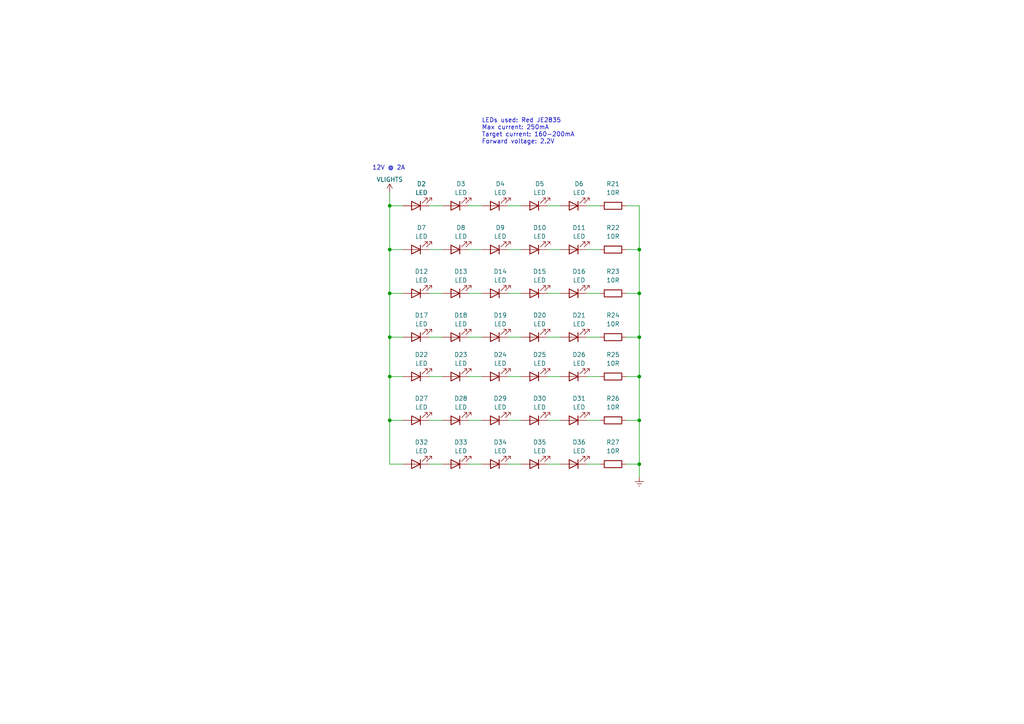
<source format=kicad_sch>
(kicad_sch (version 20230121) (generator eeschema)
  (paper "A4")
  (title_block (title "Aitken - Lights") (date "2023-10-29") (rev "0.1") (company "b1u3-22"))
  (lib_symbols
    (symbol "Device:LED" (pin_numbers hide) (pin_names (offset 1.016) hide)
      (property "Reference" "D" (at 0 2.54 0))
      (property "Value" "LED" (at 0 -2.54 0))
      (symbol "LED_0_1"
        (polyline (pts (xy -1.27 -1.27) (xy -1.27 1.27)) (stroke (width 0.254)))
        (polyline (pts (xy -1.27 0) (xy 1.27 0)))
        (polyline (pts (xy 1.27 -1.27) (xy 1.27 1.27) (xy -1.27 0) (xy 1.27 -1.27)) (stroke (width 0.254)))
        (polyline (pts (xy -3.048 -0.762) (xy -4.572 -2.286) (xy -3.81 -2.286) (xy -4.572 -2.286) (xy -4.572 -1.524)))
        (polyline (pts (xy -1.778 -0.762) (xy -3.302 -2.286) (xy -2.54 -2.286) (xy -3.302 -2.286) (xy -3.302 -1.524)))
      )
      (symbol "LED_1_1"
        (pin passive line (at -3.81 0 0) (length 2.54) (name "K") (number "1"))
        (pin passive line (at 3.81 0 180) (length 2.54) (name "A") (number "2"))
      )
    )
    (symbol "Device:R" (pin_numbers hide) (pin_names (offset 0))
      (property "Reference" "R" (at 2.032 0 90))
      (property "Value" "R" (at 0 0 90))
      (symbol "R_0_1"
        (rectangle (start -1.016 -2.54) (end 1.016 2.54) (stroke (width 0.254)))
      )
      (symbol "R_1_1"
        (pin passive line (at 0 3.81 270) (length 1.27) (name "~") (number "1"))
        (pin passive line (at 0 -3.81 90) (length 1.27) (name "~") (number "2"))
      )
    )
    (symbol "more_power:VLIGHTS" (power) (pin_names (offset 0))
      (property "Value" "VLIGHTS" (at 0 3.81 0))
      (symbol "VLIGHTS_0_1"
        (polyline (pts (xy -0.762 1.27) (xy 0 2.54)))
        (polyline (pts (xy 0 0) (xy 0 2.54)))
        (polyline (pts (xy 0 2.54) (xy 0.762 1.27)))
      )
      (symbol "VLIGHTS_1_1"
        (pin power_in line (at 0 0 90) (length 0) hide (name "VLIGHTS") (number "1"))
      )
    )
    (symbol "power:Earth" (power) (pin_names (offset 0))
      (symbol "Earth_0_1"
        (polyline (pts (xy -0.635 -1.905) (xy 0.635 -1.905)))
        (polyline (pts (xy -0.127 -2.54) (xy 0.127 -2.54)))
        (polyline (pts (xy 0 -1.27) (xy 0 0)))
        (polyline (pts (xy 1.27 -1.27) (xy -1.27 -1.27)))
      )
      (symbol "Earth_1_1"
        (pin power_in line (at 0 0 270) (length 0) hide (name "Earth") (number "1"))
      )
    )
  )
  (junction (at 113.03 72.39))
  (junction (at 185.42 72.39))
  (junction (at 185.42 85.09))
  (junction (at 113.03 97.79))
  (junction (at 113.03 121.92))
  (junction (at 113.03 85.09))
  (junction (at 185.42 109.22))
  (junction (at 185.42 134.62))
  (junction (at 185.42 121.92))
  (junction (at 185.42 97.79))
  (junction (at 113.03 109.22))
  (junction (at 113.03 59.69))
  (wire (pts (xy 113.03 55.88) (xy 113.03 59.69)))
  (wire (pts (xy 147.32 85.09) (xy 151.13 85.09)))
  (wire (pts (xy 124.46 85.09) (xy 128.27 85.09)))
  (wire (pts (xy 113.03 97.79) (xy 116.84 97.79)))
  (wire (pts (xy 185.42 97.79) (xy 185.42 85.09)))
  (wire (pts (xy 135.89 109.22) (xy 139.7 109.22)))
  (wire (pts (xy 185.42 59.69) (xy 181.61 59.69)))
  (wire (pts (xy 113.03 72.39) (xy 116.84 72.39)))
  (wire (pts (xy 113.03 85.09) (xy 116.84 85.09)))
  (wire (pts (xy 170.18 121.92) (xy 173.99 121.92)))
  (wire (pts (xy 113.03 85.09) (xy 113.03 72.39)))
  (wire (pts (xy 170.18 59.69) (xy 173.99 59.69)))
  (wire (pts (xy 135.89 72.39) (xy 139.7 72.39)))
  (wire (pts (xy 113.03 59.69) (xy 116.84 59.69)))
  (wire (pts (xy 158.75 97.79) (xy 162.56 97.79)))
  (wire (pts (xy 113.03 97.79) (xy 113.03 85.09)))
  (wire (pts (xy 135.89 134.62) (xy 139.7 134.62)))
  (wire (pts (xy 185.42 109.22) (xy 185.42 97.79)))
  (wire (pts (xy 185.42 121.92) (xy 181.61 121.92)))
  (wire (pts (xy 170.18 72.39) (xy 173.99 72.39)))
  (wire (pts (xy 185.42 85.09) (xy 185.42 72.39)))
  (wire (pts (xy 135.89 97.79) (xy 139.7 97.79)))
  (wire (pts (xy 170.18 109.22) (xy 173.99 109.22)))
  (wire (pts (xy 124.46 72.39) (xy 128.27 72.39)))
  (wire (pts (xy 158.75 85.09) (xy 162.56 85.09)))
  (wire (pts (xy 124.46 97.79) (xy 128.27 97.79)))
  (wire (pts (xy 185.42 97.79) (xy 181.61 97.79)))
  (wire (pts (xy 124.46 134.62) (xy 128.27 134.62)))
  (wire (pts (xy 147.32 121.92) (xy 151.13 121.92)))
  (wire (pts (xy 113.03 72.39) (xy 113.03 59.69)))
  (wire (pts (xy 185.42 85.09) (xy 181.61 85.09)))
  (wire (pts (xy 124.46 121.92) (xy 128.27 121.92)))
  (wire (pts (xy 147.32 97.79) (xy 151.13 97.79)))
  (wire (pts (xy 124.46 109.22) (xy 128.27 109.22)))
  (wire (pts (xy 135.89 59.69) (xy 139.7 59.69)))
  (wire (pts (xy 185.42 72.39) (xy 181.61 72.39)))
  (wire (pts (xy 147.32 134.62) (xy 151.13 134.62)))
  (wire (pts (xy 158.75 134.62) (xy 162.56 134.62)))
  (wire (pts (xy 185.42 109.22) (xy 181.61 109.22)))
  (wire (pts (xy 158.75 121.92) (xy 162.56 121.92)))
  (wire (pts (xy 147.32 72.39) (xy 151.13 72.39)))
  (wire (pts (xy 158.75 109.22) (xy 162.56 109.22)))
  (wire (pts (xy 185.42 121.92) (xy 185.42 109.22)))
  (wire (pts (xy 147.32 59.69) (xy 151.13 59.69)))
  (wire (pts (xy 158.75 72.39) (xy 162.56 72.39)))
  (wire (pts (xy 135.89 85.09) (xy 139.7 85.09)))
  (wire (pts (xy 116.84 134.62) (xy 113.03 134.62)))
  (wire (pts (xy 113.03 109.22) (xy 113.03 97.79)))
  (wire (pts (xy 124.46 59.69) (xy 128.27 59.69)))
  (wire (pts (xy 113.03 134.62) (xy 113.03 121.92)))
  (wire (pts (xy 113.03 121.92) (xy 116.84 121.92)))
  (wire (pts (xy 170.18 85.09) (xy 173.99 85.09)))
  (wire (pts (xy 185.42 134.62) (xy 185.42 138.43)))
  (wire (pts (xy 185.42 134.62) (xy 185.42 121.92)))
  (wire (pts (xy 113.03 121.92) (xy 113.03 109.22)))
  (wire (pts (xy 170.18 97.79) (xy 173.99 97.79)))
  (wire (pts (xy 158.75 59.69) (xy 162.56 59.69)))
  (wire (pts (xy 113.03 109.22) (xy 116.84 109.22)))
  (wire (pts (xy 147.32 109.22) (xy 151.13 109.22)))
  (wire (pts (xy 135.89 121.92) (xy 139.7 121.92)))
  (wire (pts (xy 185.42 72.39) (xy 185.42 59.69)))
  (wire (pts (xy 181.61 134.62) (xy 185.42 134.62)))
  (wire (pts (xy 170.18 134.62) (xy 173.99 134.62)))
  (text "12V @ 2A" (at 107.95 49.53 0) (effects (font (size 1.27 1.27)) (justify left bottom)))
  (text "LEDs used: Red JE2835\nMax current: 250mA\nTarget current: 160-200mA\nForward voltage: 2.2V" (at 139.7 41.91 0) (effects (font (size 1.27 1.27)) (justify left bottom)))
  (symbol (lib_id "Device:R") (at 177.8 121.92 90) (unit 1)
    (property "Reference" "R26" (at 177.8 115.57 90))
    (property "Value" "10R" (at 177.8 118.11 90))
  )
  (symbol (lib_id "Device:LED") (at 120.65 72.39 180) (unit 1)
    (property "Reference" "D7" (at 122.2375 66.04 0))
    (property "Value" "LED" (at 122.2375 68.58 0))
  )
  (symbol (lib_id "Device:LED") (at 154.94 85.09 180) (unit 1)
    (property "Reference" "D15" (at 156.5275 78.74 0))
    (property "Value" "LED" (at 156.5275 81.28 0))
  )
  (symbol (lib_id "Device:LED") (at 132.08 85.09 180) (unit 1)
    (property "Reference" "D13" (at 133.6675 78.74 0))
    (property "Value" "LED" (at 133.6675 81.28 0))
  )
  (symbol (lib_id "Device:R") (at 177.8 97.79 90) (unit 1)
    (property "Reference" "R24" (at 177.8 91.44 90))
    (property "Value" "10R" (at 177.8 93.98 90))
  )
  (symbol (lib_id "Device:LED") (at 166.37 97.79 180) (unit 1)
    (property "Reference" "D21" (at 167.9575 91.44 0))
    (property "Value" "LED" (at 167.9575 93.98 0))
  )
  (symbol (lib_id "Device:LED") (at 132.08 72.39 180) (unit 1)
    (property "Reference" "D8" (at 133.6675 66.04 0))
    (property "Value" "LED" (at 133.6675 68.58 0))
  )
  (symbol (lib_id "Device:LED") (at 143.51 59.69 180) (unit 1)
    (property "Reference" "D4" (at 145.0975 53.34 0))
    (property "Value" "LED" (at 145.0975 55.88 0))
  )
  (symbol (lib_id "Device:LED") (at 143.51 72.39 180) (unit 1)
    (property "Reference" "D9" (at 145.0975 66.04 0))
    (property "Value" "LED" (at 145.0975 68.58 0))
  )
  (symbol (lib_id "Device:LED") (at 120.65 121.92 180) (unit 1)
    (property "Reference" "D27" (at 122.2375 115.57 0))
    (property "Value" "LED" (at 122.2375 118.11 0))
  )
  (symbol (lib_id "Device:LED") (at 166.37 72.39 180) (unit 1)
    (property "Reference" "D11" (at 167.9575 66.04 0))
    (property "Value" "LED" (at 167.9575 68.58 0))
  )
  (symbol (lib_id "Device:LED") (at 154.94 72.39 180) (unit 1)
    (property "Reference" "D10" (at 156.5275 66.04 0))
    (property "Value" "LED" (at 156.5275 68.58 0))
  )
  (symbol (lib_id "Device:LED") (at 154.94 109.22 180) (unit 1)
    (property "Reference" "D25" (at 156.5275 102.87 0))
    (property "Value" "LED" (at 156.5275 105.41 0))
  )
  (symbol (lib_id "Device:LED") (at 120.65 134.62 180) (unit 1)
    (property "Reference" "D32" (at 122.2375 128.27 0))
    (property "Value" "LED" (at 122.2375 130.81 0))
  )
  (symbol (lib_id "Device:LED") (at 132.08 59.69 180) (unit 1)
    (property "Reference" "D3" (at 133.6675 53.34 0))
    (property "Value" "LED" (at 133.6675 55.88 0))
  )
  (symbol (lib_id "Device:LED") (at 154.94 59.69 180) (unit 1)
    (property "Reference" "D5" (at 156.5275 53.34 0))
    (property "Value" "LED" (at 156.5275 55.88 0))
  )
  (symbol (lib_id "Device:LED") (at 166.37 134.62 180) (unit 1)
    (property "Reference" "D36" (at 167.9575 128.27 0))
    (property "Value" "LED" (at 167.9575 130.81 0))
  )
  (symbol (lib_id "Device:LED") (at 120.65 109.22 180) (unit 1)
    (property "Reference" "D22" (at 122.2375 102.87 0))
    (property "Value" "LED" (at 122.2375 105.41 0))
  )
  (symbol (lib_id "Device:LED") (at 132.08 134.62 180) (unit 1)
    (property "Reference" "D33" (at 133.6675 128.27 0))
    (property "Value" "LED" (at 133.6675 130.81 0))
  )
  (symbol (lib_id "Device:R") (at 177.8 72.39 90) (unit 1)
    (property "Reference" "R22" (at 177.8 66.04 90))
    (property "Value" "10R" (at 177.8 68.58 90))
  )
  (symbol (lib_id "Device:LED") (at 143.51 121.92 180) (unit 1)
    (property "Reference" "D29" (at 145.0975 115.57 0))
    (property "Value" "LED" (at 145.0975 118.11 0))
  )
  (symbol (lib_id "Device:LED") (at 143.51 134.62 180) (unit 1)
    (property "Reference" "D34" (at 145.0975 128.27 0))
    (property "Value" "LED" (at 145.0975 130.81 0))
  )
  (symbol (lib_id "Device:LED") (at 143.51 97.79 180) (unit 1)
    (property "Reference" "D19" (at 145.0975 91.44 0))
    (property "Value" "LED" (at 145.0975 93.98 0))
  )
  (symbol (lib_id "Device:LED") (at 143.51 85.09 180) (unit 1)
    (property "Reference" "D14" (at 145.0975 78.74 0))
    (property "Value" "LED" (at 145.0975 81.28 0))
  )
  (symbol (lib_id "Device:LED") (at 132.08 121.92 180) (unit 1)
    (property "Reference" "D28" (at 133.6675 115.57 0))
    (property "Value" "LED" (at 133.6675 118.11 0))
  )
  (symbol (lib_id "Device:LED") (at 166.37 59.69 180) (unit 1)
    (property "Reference" "D6" (at 167.9575 53.34 0))
    (property "Value" "LED" (at 167.9575 55.88 0))
  )
  (symbol (lib_id "Device:LED") (at 154.94 97.79 180) (unit 1)
    (property "Reference" "D20" (at 156.5275 91.44 0))
    (property "Value" "LED" (at 156.5275 93.98 0))
  )
  (symbol (lib_id "Device:R") (at 177.8 109.22 90) (unit 1)
    (property "Reference" "R25" (at 177.8 102.87 90))
    (property "Value" "10R" (at 177.8 105.41 90))
  )
  (symbol (lib_id "more_power:VLIGHTS") (at 113.03 55.88 0) (unit 1)
    (property "Reference" "#PWR054" (effects hide))
    (property "Value" "VLIGHTS" (at 113.03 52.07 0))
  )
  (symbol (lib_id "Device:LED") (at 120.65 85.09 180) (unit 1)
    (property "Reference" "D12" (at 122.2375 78.74 0))
    (property "Value" "LED" (at 122.2375 81.28 0))
  )
  (symbol (lib_id "Device:LED") (at 154.94 134.62 180) (unit 1)
    (property "Reference" "D35" (at 156.5275 128.27 0))
    (property "Value" "LED" (at 156.5275 130.81 0))
  )
  (symbol (lib_id "Device:LED") (at 154.94 121.92 180) (unit 1)
    (property "Reference" "D30" (at 156.5275 115.57 0))
    (property "Value" "LED" (at 156.5275 118.11 0))
  )
  (symbol (lib_id "Device:LED") (at 166.37 85.09 180) (unit 1)
    (property "Reference" "D16" (at 167.9575 78.74 0))
    (property "Value" "LED" (at 167.9575 81.28 0))
  )
  (symbol (lib_id "Device:LED") (at 166.37 121.92 180) (unit 1)
    (property "Reference" "D31" (at 167.9575 115.57 0))
    (property "Value" "LED" (at 167.9575 118.11 0))
  )
  (symbol (lib_id "Device:LED") (at 143.51 109.22 180) (unit 1)
    (property "Reference" "D24" (at 145.0975 102.87 0))
    (property "Value" "LED" (at 145.0975 105.41 0))
  )
  (symbol (lib_id "Device:R") (at 177.8 134.62 90) (unit 1)
    (property "Reference" "R27" (at 177.8 128.27 90))
    (property "Value" "10R" (at 177.8 130.81 90))
  )
  (symbol (lib_id "Device:R") (at 177.8 59.69 90) (unit 1)
    (property "Reference" "R21" (at 177.8 53.34 90))
    (property "Value" "10R" (at 177.8 55.88 90))
  )
  (symbol (lib_id "power:Earth") (at 185.42 138.43 0) (unit 1)
    (property "Reference" "#PWR055" (effects hide))
    (property "Value" "Earth" (effects hide))
  )
  (symbol (lib_id "Device:LED") (at 132.08 109.22 180) (unit 1)
    (property "Reference" "D23" (at 133.6675 102.87 0))
    (property "Value" "LED" (at 133.6675 105.41 0))
  )
  (symbol (lib_id "Device:LED") (at 132.08 97.79 180) (unit 1)
    (property "Reference" "D18" (at 133.6675 91.44 0))
    (property "Value" "LED" (at 133.6675 93.98 0))
  )
  (symbol (lib_id "Device:LED") (at 120.65 59.69 180) (unit 1)
    (property "Reference" "D2" (at 122.2375 53.34 0))
    (property "Value" "LED" (at 122.2375 55.88 0))
  )
  (symbol (lib_id "Device:R") (at 177.8 85.09 90) (unit 1)
    (property "Reference" "R23" (at 177.8 78.74 90))
    (property "Value" "10R" (at 177.8 81.28 90))
  )
  (symbol (lib_id "Device:LED") (at 166.37 109.22 180) (unit 1)
    (property "Reference" "D26" (at 167.9575 102.87 0))
    (property "Value" "LED" (at 167.9575 105.41 0))
  )
  (symbol (lib_id "Device:LED") (at 120.65 97.79 180) (unit 1)
    (property "Reference" "D17" (at 122.2375 91.44 0))
    (property "Value" "LED" (at 122.2375 93.98 0))
  )
)
</source>
